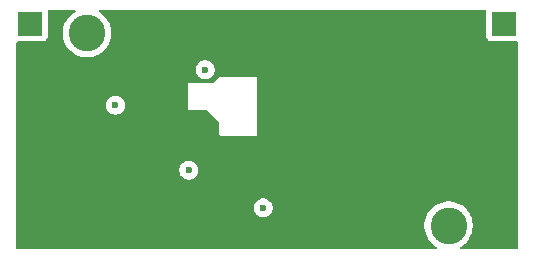
<source format=gbr>
%TF.GenerationSoftware,KiCad,Pcbnew,9.0.4*%
%TF.CreationDate,2025-08-21T12:34:08-03:00*%
%TF.ProjectId,EMI_SS_Supply_Electgpl,454d495f-5353-45f5-9375-70706c795f45,rev?*%
%TF.SameCoordinates,Original*%
%TF.FileFunction,Copper,L3,Inr*%
%TF.FilePolarity,Positive*%
%FSLAX46Y46*%
G04 Gerber Fmt 4.6, Leading zero omitted, Abs format (unit mm)*
G04 Created by KiCad (PCBNEW 9.0.4) date 2025-08-21 12:34:08*
%MOMM*%
%LPD*%
G01*
G04 APERTURE LIST*
%TA.AperFunction,ComponentPad*%
%ADD10R,2.000000X2.000000*%
%TD*%
%TA.AperFunction,ViaPad*%
%ADD11C,3.100000*%
%TD*%
%TA.AperFunction,ViaPad*%
%ADD12C,0.600000*%
%TD*%
G04 APERTURE END LIST*
D10*
%TO.N,GND*%
%TO.C,TP4*%
X141800000Y-99600000D03*
%TD*%
%TO.N,Net-(C12-Pad1)*%
%TO.C,TP3*%
X141800000Y-81700000D03*
%TD*%
%TO.N,Net-(U1-VIN)*%
%TO.C,TP1*%
X101700000Y-81700000D03*
%TD*%
%TO.N,GND*%
%TO.C,TP2*%
X101700000Y-99600000D03*
%TD*%
D11*
%TO.N,*%
X137100000Y-98800000D03*
X106500000Y-82500000D03*
D12*
%TO.N,GND*%
X138075000Y-87741750D03*
X113945000Y-81391750D03*
X121565000Y-99171750D03*
X131725000Y-81391750D03*
X134265000Y-85201750D03*
X121565000Y-92821750D03*
X113800000Y-89400000D03*
X127915000Y-83931750D03*
X103785000Y-97901750D03*
X129185000Y-85201750D03*
X110135000Y-82661750D03*
X124105000Y-86471750D03*
X122835000Y-91551750D03*
X112000000Y-90000000D03*
X112000000Y-88800000D03*
X132995000Y-97901750D03*
X116485000Y-82661750D03*
X113800000Y-91200000D03*
X119025000Y-94091750D03*
X115215000Y-82661750D03*
X113800000Y-90000000D03*
X139345000Y-89011750D03*
X112000000Y-91800000D03*
X125375000Y-91551750D03*
X130455000Y-81391750D03*
X125375000Y-82661750D03*
X131725000Y-82661750D03*
X122835000Y-81391750D03*
X102515000Y-96631750D03*
X112000000Y-89400000D03*
X112900000Y-86400000D03*
X120295000Y-82661750D03*
X113800000Y-87000000D03*
X117755000Y-83931750D03*
X110135000Y-99171750D03*
X111405000Y-97901750D03*
X111405000Y-99171750D03*
X112675000Y-82661750D03*
X101245000Y-95361750D03*
X122835000Y-83931750D03*
X124105000Y-81391750D03*
X112900000Y-93600000D03*
X122835000Y-92821750D03*
X129185000Y-83931750D03*
X121565000Y-85201750D03*
X117755000Y-97901750D03*
X139800000Y-93600000D03*
X124105000Y-90281750D03*
X125375000Y-86471750D03*
X113945000Y-97901750D03*
X121565000Y-94091750D03*
X120295000Y-81391750D03*
X112902500Y-90570000D03*
X132995000Y-85201750D03*
X124105000Y-82661750D03*
X131725000Y-96631750D03*
X120295000Y-94091750D03*
X108865000Y-99171750D03*
X125375000Y-81391750D03*
X138400000Y-93600000D03*
X126645000Y-85201750D03*
X129185000Y-97901750D03*
X113800000Y-88800000D03*
X136400000Y-93600000D03*
X129185000Y-99171750D03*
X131725000Y-99171750D03*
X136805000Y-85201750D03*
X131700000Y-93600000D03*
X122835000Y-86471750D03*
X113800000Y-92400000D03*
X119025000Y-99171750D03*
X107595000Y-86471750D03*
X103785000Y-99171750D03*
X112900000Y-90000000D03*
X131725000Y-83931750D03*
X113800000Y-93000000D03*
X112000000Y-93600000D03*
X124105000Y-91551750D03*
X112900000Y-94800000D03*
X126645000Y-82661750D03*
X122835000Y-89011750D03*
X112902500Y-90570000D03*
X129185000Y-81391750D03*
X112675000Y-97901750D03*
X112000000Y-88800000D03*
X124105000Y-85201750D03*
X141885000Y-95361750D03*
X112675000Y-96631750D03*
X122835000Y-94091750D03*
X130455000Y-85201750D03*
X106325000Y-87741750D03*
X110135000Y-83931750D03*
X119025000Y-81391750D03*
X112000000Y-91200000D03*
X126645000Y-81391750D03*
X112900000Y-89400000D03*
X125375000Y-85201750D03*
X101245000Y-96631750D03*
X113945000Y-96631750D03*
X119025000Y-82661750D03*
X125375000Y-92821750D03*
X113945000Y-99171750D03*
X122835000Y-85201750D03*
X119025000Y-85201750D03*
X107595000Y-99171750D03*
X120295000Y-92821750D03*
X112000000Y-87000000D03*
X112900000Y-94200000D03*
X122835000Y-82661750D03*
X132995000Y-99171750D03*
X130455000Y-97901750D03*
X140615000Y-89011750D03*
X121565000Y-83931750D03*
X117755000Y-85201750D03*
X141885000Y-96631750D03*
X141885000Y-89011750D03*
X102515000Y-95361750D03*
X127915000Y-82661750D03*
X124105000Y-87741750D03*
X103785000Y-95361750D03*
X112900000Y-87000000D03*
X122835000Y-99171750D03*
X105055000Y-86471750D03*
X119025000Y-83931750D03*
X112900000Y-93000000D03*
X130455000Y-83931750D03*
X113800000Y-86400000D03*
X106325000Y-86471750D03*
X130455000Y-99171750D03*
X130455000Y-82661750D03*
X113800000Y-93600000D03*
X141500000Y-86100000D03*
X119025000Y-92821750D03*
X112675000Y-81391750D03*
X115215000Y-81391750D03*
X119025000Y-95361750D03*
X113800000Y-87600000D03*
X117755000Y-82661750D03*
X132995000Y-96631750D03*
X127915000Y-81391750D03*
X125375000Y-87741750D03*
X112900000Y-92400000D03*
X117755000Y-99171750D03*
X112000000Y-92400000D03*
X106325000Y-92821750D03*
X112675000Y-99171750D03*
X132995000Y-83931750D03*
X124105000Y-89011750D03*
X112000000Y-87600000D03*
X106325000Y-94091750D03*
X126645000Y-83931750D03*
X125375000Y-99171750D03*
X125375000Y-90281750D03*
X124105000Y-92821750D03*
X111405000Y-82661750D03*
X125375000Y-89011750D03*
X110135000Y-97901750D03*
X112900000Y-91200000D03*
X105055000Y-95361750D03*
X140100000Y-86100000D03*
X120295000Y-95361750D03*
X124105000Y-99171750D03*
X122835000Y-90281750D03*
X122835000Y-87741750D03*
X131725000Y-97901750D03*
X130455000Y-96631750D03*
X138075000Y-86471750D03*
X112000000Y-94800000D03*
X112000000Y-88200000D03*
X110135000Y-81391750D03*
X113800000Y-94200000D03*
X112000000Y-86400000D03*
X105055000Y-96631750D03*
X105055000Y-99171750D03*
X113800000Y-90600000D03*
X112000000Y-90600000D03*
X116485000Y-81391750D03*
X117755000Y-81391750D03*
X124105000Y-83931750D03*
X121565000Y-82661750D03*
X120295000Y-99171750D03*
X103785000Y-96631750D03*
X112900000Y-87600000D03*
X112900000Y-88200000D03*
X120295000Y-85201750D03*
X112900000Y-88800000D03*
X126645000Y-92821750D03*
X135000000Y-93600000D03*
X111405000Y-81391750D03*
X132900000Y-93600000D03*
X129185000Y-82661750D03*
X106325000Y-99171750D03*
X131725000Y-85201750D03*
X113800000Y-94800000D03*
X113800000Y-88200000D03*
X113800000Y-91800000D03*
X112900000Y-91800000D03*
X112000000Y-94200000D03*
X105055000Y-97901750D03*
X127915000Y-85201750D03*
X113945000Y-82661750D03*
X121565000Y-81391750D03*
X135535000Y-85201750D03*
X120295000Y-83931750D03*
X125375000Y-83931750D03*
X112000000Y-93000000D03*
%TO.N,Net-(U1-BST)*%
X116500000Y-85600000D03*
X108900000Y-88600000D03*
%TO.N,Net-(U1-FB)*%
X115100000Y-94100000D03*
X121400000Y-97300000D03*
%TD*%
%TA.AperFunction,Conductor*%
%TO.N,GND*%
G36*
X105466500Y-80520185D02*
G01*
X105512255Y-80572989D01*
X105522199Y-80642147D01*
X105493174Y-80705703D01*
X105461461Y-80731887D01*
X105358354Y-80791416D01*
X105145111Y-80955042D01*
X105145104Y-80955048D01*
X104955048Y-81145104D01*
X104955042Y-81145111D01*
X104791416Y-81358354D01*
X104657019Y-81591133D01*
X104657011Y-81591149D01*
X104554152Y-81839475D01*
X104484585Y-82099106D01*
X104484582Y-82099119D01*
X104449500Y-82365602D01*
X104449500Y-82634397D01*
X104484582Y-82900880D01*
X104484583Y-82900885D01*
X104484584Y-82900891D01*
X104484585Y-82900893D01*
X104554152Y-83160524D01*
X104657011Y-83408850D01*
X104657019Y-83408866D01*
X104737830Y-83548832D01*
X104791413Y-83641641D01*
X104791415Y-83641644D01*
X104791416Y-83641645D01*
X104955042Y-83854888D01*
X104955048Y-83854895D01*
X105145104Y-84044951D01*
X105145110Y-84044956D01*
X105358359Y-84208587D01*
X105507968Y-84294964D01*
X105591133Y-84342980D01*
X105591149Y-84342988D01*
X105746008Y-84407132D01*
X105839474Y-84445847D01*
X106099109Y-84515416D01*
X106287319Y-84540193D01*
X106365602Y-84550500D01*
X106365603Y-84550500D01*
X106634398Y-84550500D01*
X106694905Y-84542534D01*
X106900891Y-84515416D01*
X107160526Y-84445847D01*
X107347457Y-84368417D01*
X107408850Y-84342988D01*
X107408853Y-84342986D01*
X107408859Y-84342984D01*
X107641641Y-84208587D01*
X107854890Y-84044956D01*
X108044956Y-83854890D01*
X108208587Y-83641641D01*
X108342984Y-83408859D01*
X108445847Y-83160526D01*
X108515416Y-82900891D01*
X108550500Y-82634397D01*
X108550500Y-82365603D01*
X108515416Y-82099109D01*
X108445847Y-81839474D01*
X108407132Y-81746008D01*
X108342988Y-81591149D01*
X108342980Y-81591133D01*
X108294964Y-81507968D01*
X108208587Y-81358359D01*
X108044956Y-81145110D01*
X108044951Y-81145104D01*
X107854895Y-80955048D01*
X107854888Y-80955042D01*
X107641645Y-80791416D01*
X107641644Y-80791415D01*
X107641641Y-80791413D01*
X107538538Y-80731886D01*
X107490323Y-80681320D01*
X107477101Y-80612712D01*
X107503069Y-80547848D01*
X107559983Y-80507320D01*
X107600539Y-80500500D01*
X140177756Y-80500500D01*
X140244795Y-80520185D01*
X140290550Y-80572989D01*
X140301045Y-80637752D01*
X140299500Y-80652127D01*
X140299500Y-80652133D01*
X140299500Y-80652134D01*
X140299500Y-82747870D01*
X140299501Y-82747876D01*
X140305908Y-82807483D01*
X140356202Y-82942328D01*
X140356206Y-82942335D01*
X140442452Y-83057544D01*
X140442455Y-83057547D01*
X140557664Y-83143793D01*
X140557671Y-83143797D01*
X140692517Y-83194091D01*
X140692516Y-83194091D01*
X140699444Y-83194835D01*
X140752127Y-83200500D01*
X142847872Y-83200499D01*
X142862242Y-83198954D01*
X142931001Y-83211357D01*
X142982140Y-83258966D01*
X142999500Y-83322243D01*
X142999500Y-100675500D01*
X142979815Y-100742539D01*
X142927011Y-100788294D01*
X142875500Y-100799500D01*
X138200539Y-100799500D01*
X138133500Y-100779815D01*
X138087745Y-100727011D01*
X138077801Y-100657853D01*
X138106826Y-100594297D01*
X138138539Y-100568113D01*
X138241641Y-100508587D01*
X138454890Y-100344956D01*
X138644956Y-100154890D01*
X138808587Y-99941641D01*
X138942984Y-99708859D01*
X139045847Y-99460526D01*
X139115416Y-99200891D01*
X139150500Y-98934397D01*
X139150500Y-98665603D01*
X139115416Y-98399109D01*
X139045847Y-98139474D01*
X138991966Y-98009394D01*
X138942988Y-97891149D01*
X138942980Y-97891133D01*
X138894964Y-97807968D01*
X138808587Y-97658359D01*
X138712781Y-97533501D01*
X138644957Y-97445111D01*
X138644951Y-97445104D01*
X138454895Y-97255048D01*
X138454888Y-97255042D01*
X138241645Y-97091416D01*
X138241644Y-97091415D01*
X138241641Y-97091413D01*
X138148832Y-97037830D01*
X138008866Y-96957019D01*
X138008850Y-96957011D01*
X137760524Y-96854152D01*
X137630708Y-96819368D01*
X137500891Y-96784584D01*
X137500885Y-96784583D01*
X137500880Y-96784582D01*
X137234398Y-96749500D01*
X137234397Y-96749500D01*
X136965603Y-96749500D01*
X136965602Y-96749500D01*
X136699119Y-96784582D01*
X136699112Y-96784583D01*
X136699109Y-96784584D01*
X136679990Y-96789707D01*
X136439475Y-96854152D01*
X136191149Y-96957011D01*
X136191133Y-96957019D01*
X135958354Y-97091416D01*
X135745111Y-97255042D01*
X135745104Y-97255048D01*
X135555048Y-97445104D01*
X135555042Y-97445111D01*
X135391416Y-97658354D01*
X135257019Y-97891133D01*
X135257011Y-97891149D01*
X135154152Y-98139475D01*
X135084585Y-98399106D01*
X135084582Y-98399119D01*
X135049500Y-98665602D01*
X135049500Y-98934397D01*
X135084582Y-99200880D01*
X135084583Y-99200885D01*
X135084584Y-99200891D01*
X135084585Y-99200893D01*
X135154152Y-99460524D01*
X135257011Y-99708850D01*
X135257019Y-99708866D01*
X135337830Y-99848832D01*
X135391413Y-99941641D01*
X135391415Y-99941644D01*
X135391416Y-99941645D01*
X135555042Y-100154888D01*
X135555048Y-100154895D01*
X135745104Y-100344951D01*
X135745110Y-100344956D01*
X135958359Y-100508587D01*
X136061461Y-100568113D01*
X136109677Y-100618680D01*
X136122899Y-100687288D01*
X136096931Y-100752152D01*
X136040017Y-100792680D01*
X135999461Y-100799500D01*
X100624500Y-100799500D01*
X100557461Y-100779815D01*
X100511706Y-100727011D01*
X100500500Y-100675500D01*
X100500500Y-97221153D01*
X120599500Y-97221153D01*
X120599500Y-97378846D01*
X120630261Y-97533489D01*
X120630264Y-97533501D01*
X120690602Y-97679172D01*
X120690609Y-97679185D01*
X120778210Y-97810288D01*
X120778213Y-97810292D01*
X120889707Y-97921786D01*
X120889711Y-97921789D01*
X121020814Y-98009390D01*
X121020827Y-98009397D01*
X121166498Y-98069735D01*
X121166503Y-98069737D01*
X121321153Y-98100499D01*
X121321156Y-98100500D01*
X121321158Y-98100500D01*
X121478844Y-98100500D01*
X121478845Y-98100499D01*
X121633497Y-98069737D01*
X121779179Y-98009394D01*
X121910289Y-97921789D01*
X122021789Y-97810289D01*
X122109394Y-97679179D01*
X122169737Y-97533497D01*
X122200500Y-97378842D01*
X122200500Y-97221158D01*
X122200500Y-97221155D01*
X122200499Y-97221153D01*
X122169737Y-97066503D01*
X122124388Y-96957019D01*
X122109397Y-96920827D01*
X122109390Y-96920814D01*
X122021789Y-96789711D01*
X122021786Y-96789707D01*
X121910292Y-96678213D01*
X121910288Y-96678210D01*
X121779185Y-96590609D01*
X121779172Y-96590602D01*
X121633501Y-96530264D01*
X121633489Y-96530261D01*
X121478845Y-96499500D01*
X121478842Y-96499500D01*
X121321158Y-96499500D01*
X121321155Y-96499500D01*
X121166510Y-96530261D01*
X121166498Y-96530264D01*
X121020827Y-96590602D01*
X121020814Y-96590609D01*
X120889711Y-96678210D01*
X120889707Y-96678213D01*
X120778213Y-96789707D01*
X120778210Y-96789711D01*
X120690609Y-96920814D01*
X120690602Y-96920827D01*
X120630264Y-97066498D01*
X120630261Y-97066510D01*
X120599500Y-97221153D01*
X100500500Y-97221153D01*
X100500500Y-94021153D01*
X114299500Y-94021153D01*
X114299500Y-94178846D01*
X114330261Y-94333489D01*
X114330264Y-94333501D01*
X114390602Y-94479172D01*
X114390609Y-94479185D01*
X114478210Y-94610288D01*
X114478213Y-94610292D01*
X114589707Y-94721786D01*
X114589711Y-94721789D01*
X114720814Y-94809390D01*
X114720827Y-94809397D01*
X114866498Y-94869735D01*
X114866503Y-94869737D01*
X115021153Y-94900499D01*
X115021156Y-94900500D01*
X115021158Y-94900500D01*
X115178844Y-94900500D01*
X115178845Y-94900499D01*
X115333497Y-94869737D01*
X115479179Y-94809394D01*
X115610289Y-94721789D01*
X115721789Y-94610289D01*
X115809394Y-94479179D01*
X115869737Y-94333497D01*
X115900500Y-94178842D01*
X115900500Y-94021158D01*
X115900500Y-94021155D01*
X115900499Y-94021153D01*
X115869738Y-93866510D01*
X115869737Y-93866503D01*
X115869735Y-93866498D01*
X115809397Y-93720827D01*
X115809390Y-93720814D01*
X115721789Y-93589711D01*
X115721786Y-93589707D01*
X115610292Y-93478213D01*
X115610288Y-93478210D01*
X115479185Y-93390609D01*
X115479172Y-93390602D01*
X115333501Y-93330264D01*
X115333489Y-93330261D01*
X115178845Y-93299500D01*
X115178842Y-93299500D01*
X115021158Y-93299500D01*
X115021155Y-93299500D01*
X114866510Y-93330261D01*
X114866498Y-93330264D01*
X114720827Y-93390602D01*
X114720814Y-93390609D01*
X114589711Y-93478210D01*
X114589707Y-93478213D01*
X114478213Y-93589707D01*
X114478210Y-93589711D01*
X114390609Y-93720814D01*
X114390602Y-93720827D01*
X114330264Y-93866498D01*
X114330261Y-93866510D01*
X114299500Y-94021153D01*
X100500500Y-94021153D01*
X100500500Y-88521153D01*
X108099500Y-88521153D01*
X108099500Y-88678846D01*
X108130261Y-88833489D01*
X108130264Y-88833501D01*
X108190602Y-88979172D01*
X108190609Y-88979185D01*
X108278210Y-89110288D01*
X108278213Y-89110292D01*
X108389707Y-89221786D01*
X108389711Y-89221789D01*
X108520814Y-89309390D01*
X108520827Y-89309397D01*
X108666498Y-89369735D01*
X108666503Y-89369737D01*
X108821153Y-89400499D01*
X108821156Y-89400500D01*
X108821158Y-89400500D01*
X108978844Y-89400500D01*
X108978845Y-89400499D01*
X109133497Y-89369737D01*
X109279179Y-89309394D01*
X109410289Y-89221789D01*
X109521789Y-89110289D01*
X109609394Y-88979179D01*
X109669737Y-88833497D01*
X109700500Y-88678842D01*
X109700500Y-88521158D01*
X109700500Y-88521155D01*
X109700499Y-88521153D01*
X109669738Y-88366510D01*
X109669737Y-88366503D01*
X109669735Y-88366498D01*
X109609397Y-88220827D01*
X109609390Y-88220814D01*
X109521789Y-88089711D01*
X109521786Y-88089707D01*
X109410292Y-87978213D01*
X109410288Y-87978210D01*
X109279185Y-87890609D01*
X109279172Y-87890602D01*
X109133501Y-87830264D01*
X109133489Y-87830261D01*
X108978845Y-87799500D01*
X108978842Y-87799500D01*
X108821158Y-87799500D01*
X108821155Y-87799500D01*
X108666510Y-87830261D01*
X108666498Y-87830264D01*
X108520827Y-87890602D01*
X108520814Y-87890609D01*
X108389711Y-87978210D01*
X108389707Y-87978213D01*
X108278213Y-88089707D01*
X108278210Y-88089711D01*
X108190609Y-88220814D01*
X108190602Y-88220827D01*
X108130264Y-88366498D01*
X108130261Y-88366510D01*
X108099500Y-88521153D01*
X100500500Y-88521153D01*
X100500500Y-86700000D01*
X115000000Y-86700000D01*
X115000000Y-89000000D01*
X116548638Y-89000000D01*
X116615677Y-89019685D01*
X116636319Y-89036319D01*
X117663681Y-90063681D01*
X117697166Y-90125004D01*
X117700000Y-90151362D01*
X117700000Y-91100000D01*
X117800000Y-91200000D01*
X120900000Y-91200000D01*
X120900000Y-86200000D01*
X117700000Y-86200000D01*
X117699999Y-86200000D01*
X117236319Y-86663681D01*
X117174996Y-86697166D01*
X117148638Y-86700000D01*
X115000000Y-86700000D01*
X100500500Y-86700000D01*
X100500500Y-85521153D01*
X115699500Y-85521153D01*
X115699500Y-85678846D01*
X115730261Y-85833489D01*
X115730264Y-85833501D01*
X115790602Y-85979172D01*
X115790609Y-85979185D01*
X115878210Y-86110288D01*
X115878213Y-86110292D01*
X115989707Y-86221786D01*
X115989711Y-86221789D01*
X116120814Y-86309390D01*
X116120827Y-86309397D01*
X116266498Y-86369735D01*
X116266503Y-86369737D01*
X116421153Y-86400499D01*
X116421156Y-86400500D01*
X116421158Y-86400500D01*
X116578844Y-86400500D01*
X116578845Y-86400499D01*
X116733497Y-86369737D01*
X116879179Y-86309394D01*
X117010289Y-86221789D01*
X117121789Y-86110289D01*
X117209394Y-85979179D01*
X117269737Y-85833497D01*
X117300500Y-85678842D01*
X117300500Y-85521158D01*
X117300500Y-85521155D01*
X117300499Y-85521153D01*
X117269738Y-85366510D01*
X117269737Y-85366503D01*
X117269735Y-85366498D01*
X117209397Y-85220827D01*
X117209390Y-85220814D01*
X117121789Y-85089711D01*
X117121786Y-85089707D01*
X117010292Y-84978213D01*
X117010288Y-84978210D01*
X116879185Y-84890609D01*
X116879172Y-84890602D01*
X116733501Y-84830264D01*
X116733489Y-84830261D01*
X116578845Y-84799500D01*
X116578842Y-84799500D01*
X116421158Y-84799500D01*
X116421155Y-84799500D01*
X116266510Y-84830261D01*
X116266498Y-84830264D01*
X116120827Y-84890602D01*
X116120814Y-84890609D01*
X115989711Y-84978210D01*
X115989707Y-84978213D01*
X115878213Y-85089707D01*
X115878210Y-85089711D01*
X115790609Y-85220814D01*
X115790602Y-85220827D01*
X115730264Y-85366498D01*
X115730261Y-85366510D01*
X115699500Y-85521153D01*
X100500500Y-85521153D01*
X100500500Y-83322243D01*
X100520185Y-83255204D01*
X100572989Y-83209449D01*
X100637756Y-83198954D01*
X100652127Y-83200500D01*
X102747872Y-83200499D01*
X102807483Y-83194091D01*
X102942331Y-83143796D01*
X103057546Y-83057546D01*
X103143796Y-82942331D01*
X103194091Y-82807483D01*
X103200500Y-82747873D01*
X103200499Y-80652128D01*
X103198954Y-80637752D01*
X103211361Y-80568993D01*
X103258973Y-80517857D01*
X103322244Y-80500500D01*
X105399461Y-80500500D01*
X105466500Y-80520185D01*
G37*
%TD.AperFunction*%
%TD*%
M02*

</source>
